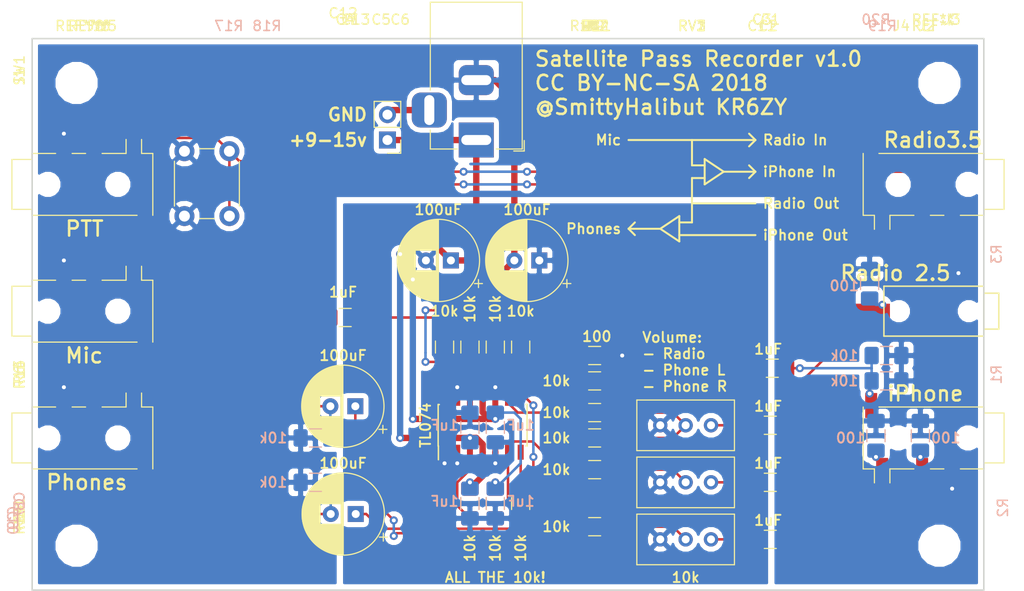
<source format=kicad_pcb>
(kicad_pcb (version 20171130) (host pcbnew 5.0.2-bee76a0~70~ubuntu18.04.1)
  (layers (0 F.Cu signal) (31 B.Cu signal) (34 B.Paste user) (35 F.Paste user) (36 B.SilkS user) (37 F.SilkS user) (38 B.Mask user) (39 F.Mask user) (44 Edge.Cuts user))
  (net 0 "")
  (net 1 "Net-(C1-Pad1)")
  (net 2 PhoneLeft)
  (net 3 PhoneRight)
  (net 4 "Net-(C2-Pad1)")
  (net 5 "Net-(C3-Pad1)")
  (net 6 RadioSpk)
  (net 7 HeadsetMic)
  (net 8 "Net-(C4-Pad1)")
  (net 9 GNDS)
  (net 10 VCC)
  (net 11 HeadsetGND)
  (net 12 PhoneMic)
  (net 13 "Net-(C11-Pad2)")
  (net 14 "Net-(C12-Pad1)")
  (net 15 HeadsetLeft)
  (net 16 HeadsetRight)
  (net 17 "Net-(C13-Pad1)")
  (net 18 "Net-(J1-Pad3)")
  (net 19 "Net-(J3-PadR)")
  (net 20 "Net-(J4-PadR2)")
  (net 21 "Net-(J4-PadT)")
  (net 22 RadioPTT)
  (net 23 "Net-(J5-PadR2)")
  (net 24 "Net-(J6-PadR2)")
  (net 25 "Net-(J6-PadR1)")
  (net 26 "Net-(J8-PadR2)")
  (net 27 "Net-(J8-PadR1)")
  (net 28 "Net-(R4-Pad2)")
  (net 29 BusMic)
  (net 30 "Net-(R7-Pad2)")
  (net 31 BusLeft)
  (net 32 BusRight)
  (net 33 "Net-(R8-Pad2)")
  (net 34 "Net-(R10-Pad2)")
  (net 35 "Net-(R11-Pad1)")
  (module Capacitor_SMD:C_1206_3216Metric_Pad1.42x1.75mm_HandSolder (layer F.Cu) (at 105.6275 120.65)
    (fp_text reference C1 (at 0 -46.355) (layer F.SilkS))
    (fp_text value 1uF)
    (pad 1 smd roundrect (at -1.4875 0) (size 1.425 1.75) (layers F.Cu F.Paste F.Mask) (roundrect_rratio 0.175439) (net 1 "Net-(C1-Pad1)"))
    (pad 2 smd roundrect (at 1.4875 0) (size 1.425 1.75) (layers F.Cu F.Paste F.Mask) (roundrect_rratio 0.175439) (net 2 PhoneLeft))
  )
  (module Capacitor_SMD:C_1206_3216Metric_Pad1.42x1.75mm_HandSolder (layer F.Cu) (at 105.6275 126.365)
    (fp_text reference C2 (at -0.2175 -51.435) (layer F.SilkS))
    (fp_text value 1uF)
    (pad 2 smd roundrect (at 1.4875 0) (size 1.425 1.75) (layers F.Cu F.Paste F.Mask) (roundrect_rratio 0.175439) (net 3 PhoneRight))
    (pad 1 smd roundrect (at -1.4875 0) (size 1.425 1.75) (layers F.Cu F.Paste F.Mask) (roundrect_rratio 0.175439) (net 4 "Net-(C2-Pad1)"))
  )
  (module Capacitor_SMD:C_1206_3216Metric_Pad1.42x1.75mm_HandSolder (layer F.Cu) (at 105.6275 114.935)
    (fp_text reference C3 (at -0.8525 -40.64) (layer F.SilkS))
    (fp_text value 1uF)
    (pad 1 smd roundrect (at -1.4875 0) (size 1.425 1.75) (layers F.Cu F.Paste F.Mask) (roundrect_rratio 0.175439) (net 5 "Net-(C3-Pad1)"))
    (pad 2 smd roundrect (at 1.4875 0) (size 1.425 1.75) (layers F.Cu F.Paste F.Mask) (roundrect_rratio 0.175439) (net 6 RadioSpk))
  )
  (module Capacitor_SMD:C_1206_3216Metric_Pad1.42x1.75mm_HandSolder (layer F.Cu) (at 63.0825 104.14 180)
    (fp_text reference C4 (at 0 29.845 180) (layer F.SilkS))
    (fp_text value 1uF)
    (pad 2 smd roundrect (at 1.4875 0 180) (size 1.425 1.75) (layers F.Cu F.Paste F.Mask) (roundrect_rratio 0.175439) (net 7 HeadsetMic))
    (pad 1 smd roundrect (at -1.4875 0 180) (size 1.425 1.75) (layers F.Cu F.Paste F.Mask) (roundrect_rratio 0.175439) (net 8 "Net-(C4-Pad1)"))
  )
  (module Capacitor_THT:CP_Radial_D8.0mm_P2.50mm (layer F.Cu) (at 73.66 98.425 180)
    (fp_text reference C5 (at 6.985 24.13 180) (layer F.SilkS))
    (fp_text value 100uF)
    (pad 2 thru_hole circle (at 2.5 0 180) (size 1.6 1.6) (drill 0.8) (layers *.Cu *.Mask) (net 9 GNDS))
    (pad 1 thru_hole rect (at 0 0 180) (size 1.6 1.6) (drill 0.8) (layers *.Cu *.Mask) (net 10 VCC))
  )
  (module Capacitor_THT:CP_Radial_D8.0mm_P2.50mm (layer F.Cu) (at 82.51 98.425 180)
    (fp_text reference C6 (at 13.93 24.13 180) (layer F.SilkS))
    (fp_text value 100uF)
    (pad 1 thru_hole rect (at 0 0 180) (size 1.6 1.6) (drill 0.8) (layers *.Cu *.Mask) (net 9 GNDS))
    (pad 2 thru_hole circle (at 2.5 0 180) (size 1.6 1.6) (drill 0.8) (layers *.Cu *.Mask) (net 11 HeadsetGND))
  )
  (module Capacitor_SMD:C_1206_3216Metric_Pad1.42x1.75mm_HandSolder (layer B.Cu) (at 75.565 115.1525 90)
    (fp_text reference C7 (at -8.0375 -45.085 90) (layer B.SilkS) (effects (justify mirror)))
    (fp_text value 1uF)
    (pad 1 smd roundrect (at -1.4875 0 90) (size 1.425 1.75) (layers B.Cu B.Paste B.Mask) (roundrect_rratio 0.175439) (net 10 VCC))
    (pad 2 smd roundrect (at 1.4875 0 90) (size 1.425 1.75) (layers B.Cu B.Paste B.Mask) (roundrect_rratio 0.175439) (net 9 GNDS))
  )
  (module Capacitor_SMD:C_1206_3216Metric_Pad1.42x1.75mm_HandSolder (layer B.Cu) (at 78.105 115.1525 90)
    (fp_text reference C8 (at -7.4025 -47.625 90) (layer B.SilkS) (effects (justify mirror)))
    (fp_text value 1uF)
    (pad 2 smd roundrect (at 1.4875 0 90) (size 1.425 1.75) (layers B.Cu B.Paste B.Mask) (roundrect_rratio 0.175439) (net 11 HeadsetGND))
    (pad 1 smd roundrect (at -1.4875 0 90) (size 1.425 1.75) (layers B.Cu B.Paste B.Mask) (roundrect_rratio 0.175439) (net 9 GNDS))
  )
  (module Capacitor_SMD:C_1206_3216Metric_Pad1.42x1.75mm_HandSolder (layer B.Cu) (at 75.565 122.7725 270)
    (fp_text reference C9 (at 1.6875 45.72 270) (layer B.SilkS) (effects (justify mirror)))
    (fp_text value .1uF)
    (pad 1 smd roundrect (at -1.4875 0 270) (size 1.425 1.75) (layers B.Cu B.Paste B.Mask) (roundrect_rratio 0.175439) (net 10 VCC))
    (pad 2 smd roundrect (at 1.4875 0 270) (size 1.425 1.75) (layers B.Cu B.Paste B.Mask) (roundrect_rratio 0.175439) (net 9 GNDS))
  )
  (module Capacitor_SMD:C_1206_3216Metric_Pad1.42x1.75mm_HandSolder (layer B.Cu) (at 78.105 122.7725 90)
    (fp_text reference C10 (at -1.6875 -48.26 90) (layer B.SilkS) (effects (justify mirror)))
    (fp_text value .1uF)
    (pad 2 smd roundrect (at 1.4875 0 90) (size 1.425 1.75) (layers B.Cu B.Paste B.Mask) (roundrect_rratio 0.175439) (net 11 HeadsetGND))
    (pad 1 smd roundrect (at -1.4875 0 90) (size 1.425 1.75) (layers B.Cu B.Paste B.Mask) (roundrect_rratio 0.175439) (net 9 GNDS))
  )
  (module Capacitor_SMD:C_1206_3216Metric_Pad1.42x1.75mm_HandSolder (layer F.Cu) (at 105.8275 109.22 180)
    (fp_text reference C11 (at 1.0525 34.29 180) (layer F.SilkS))
    (fp_text value 1uF)
    (pad 1 smd roundrect (at -1.4875 0 180) (size 1.425 1.75) (layers F.Cu F.Paste F.Mask) (roundrect_rratio 0.175439) (net 12 PhoneMic))
    (pad 2 smd roundrect (at 1.4875 0 180) (size 1.425 1.75) (layers F.Cu F.Paste F.Mask) (roundrect_rratio 0.175439) (net 13 "Net-(C11-Pad2)"))
  )
  (module Capacitor_THT:CP_Radial_D8.0mm_P2.50mm (layer F.Cu) (at 64.095 113.03 180)
    (fp_text reference C12 (at 1.23 39.37 180) (layer F.SilkS))
    (fp_text value 100uF)
    (pad 1 thru_hole rect (at 0 0 180) (size 1.6 1.6) (drill 0.8) (layers *.Cu *.Mask) (net 14 "Net-(C12-Pad1)"))
    (pad 2 thru_hole circle (at 2.5 0 180) (size 1.6 1.6) (drill 0.8) (layers *.Cu *.Mask) (net 15 HeadsetLeft))
  )
  (module Capacitor_THT:CP_Radial_D8.0mm_P2.50mm (layer F.Cu) (at 64.135 123.825 180)
    (fp_text reference C13 (at 0 49.53 180) (layer F.SilkS))
    (fp_text value 100uF)
    (pad 2 thru_hole circle (at 2.5 0 180) (size 1.6 1.6) (drill 0.8) (layers *.Cu *.Mask) (net 16 HeadsetRight))
    (pad 1 thru_hole rect (at 0 0 180) (size 1.6 1.6) (drill 0.8) (layers *.Cu *.Mask) (net 17 "Net-(C13-Pad1)"))
  )
  (module Connector_BarrelJack:BarrelJack_Horizontal (layer F.Cu) (at 76.2 86.36 270)
    (fp_text reference J1 (at -6.35 45.72 270) (layer F.SilkS))
    (fp_text value "Power In")
    (pad 1 thru_hole rect (at 0 0 270) (size 3.5 3.5) (drill oval 1 3) (layers *.Cu *.Mask) (net 10 VCC))
    (pad 2 thru_hole roundrect (at -6 0 270) (size 3 3.5) (drill oval 1 3) (layers *.Cu *.Mask) (net 11 HeadsetGND))
    (pad 3 thru_hole roundrect (at -3 4.7 270) (size 3.5 3.5) (drill oval 3 1) (layers *.Cu *.Mask) (net 18 "Net-(J1-Pad3)"))
  )
  (module Connector_Audio:Jack_3.5mm_PJ320D_Horizontal (layer F.Cu) (at 120.65 116.205 180)
    (fp_text reference J2 (at -0.635 41.275 180) (layer F.SilkS))
    (fp_text value iPhone)
    (pad "" np_thru_hole circle (at 2.225 0 180) (size 1.5 1.5) (drill 1.5) (layers *.Cu *.Mask))
    (pad "" np_thru_hole circle (at -4.775 0 180) (size 1.5 1.5) (drill 1.5) (layers *.Cu *.Mask))
    (pad S smd rect (at -3.175 -3.25 180) (size 1.2 2.5) (layers F.Cu F.Paste F.Mask) (net 11 HeadsetGND))
    (pad R1 smd rect (at -0.175 -3.25 180) (size 1.2 2.5) (layers F.Cu F.Paste F.Mask) (net 3 PhoneRight))
    (pad T smd rect (at 3.825 -3.25 180) (size 1.2 2.5) (layers F.Cu F.Paste F.Mask) (net 2 PhoneLeft))
    (pad R2 smd rect (at 4.925 3.25 180) (size 1.2 2.5) (layers F.Cu F.Paste F.Mask) (net 12 PhoneMic))
  )
  (module Smitty:PJ-208 (layer F.Cu) (at 127 103.505 180)
    (fp_text reference J3 (at 3.175 29.21 180) (layer F.SilkS))
    (fp_text value "Radio 2.5mm")
    (pad "" np_thru_hole circle (at 1.5 0 180) (size 1.2 1.2) (drill 1.2) (layers *.Cu *.Mask))
    (pad "" np_thru_hole circle (at 8.5 0 180) (size 1.2 1.2) (drill 1.2) (layers *.Cu *.Mask))
    (pad R smd rect (at 4.4 -3.4 180) (size 1.5 3.6) (layers F.Cu F.Paste F.Mask) (net 19 "Net-(J3-PadR)"))
    (pad S smd rect (at 1.7 3.4 180) (size 1.5 3.6) (layers F.Cu F.Paste F.Mask) (net 11 HeadsetGND))
    (pad T smd rect (at 11.2 0 270) (size 1.5 3.6) (layers F.Cu F.Paste F.Mask) (net 6 RadioSpk))
  )
  (module Connector_Audio:Jack_3.5mm_PJ320D_Horizontal (layer F.Cu) (at 120.65 90.805 180)
    (fp_text reference J4 (at 1.905 15.875 180) (layer F.SilkS))
    (fp_text value "Radio 3.5mm")
    (pad R2 smd rect (at 4.925 3.25 180) (size 1.2 2.5) (layers F.Cu F.Paste F.Mask) (net 20 "Net-(J4-PadR2)"))
    (pad T smd rect (at 3.825 -3.25 180) (size 1.2 2.5) (layers F.Cu F.Paste F.Mask) (net 21 "Net-(J4-PadT)"))
    (pad R1 smd rect (at -0.175 -3.25 180) (size 1.2 2.5) (layers F.Cu F.Paste F.Mask) (net 7 HeadsetMic))
    (pad S smd rect (at -3.175 -3.25 180) (size 1.2 2.5) (layers F.Cu F.Paste F.Mask) (net 22 RadioPTT))
    (pad "" np_thru_hole circle (at -4.775 0 180) (size 1.5 1.5) (drill 1.5) (layers *.Cu *.Mask))
    (pad "" np_thru_hole circle (at 2.225 0 180) (size 1.5 1.5) (drill 1.5) (layers *.Cu *.Mask))
  )
  (module Connector_Audio:Jack_3.5mm_PJ320D_Horizontal (layer F.Cu) (at 38.1 116.205)
    (fp_text reference J5 (at 1.27 -41.275) (layer F.SilkS))
    (fp_text value Headphones)
    (pad "" np_thru_hole circle (at 2.225 0) (size 1.5 1.5) (drill 1.5) (layers *.Cu *.Mask))
    (pad "" np_thru_hole circle (at -4.775 0) (size 1.5 1.5) (drill 1.5) (layers *.Cu *.Mask))
    (pad S smd rect (at -3.175 -3.25) (size 1.2 2.5) (layers F.Cu F.Paste F.Mask) (net 11 HeadsetGND))
    (pad R1 smd rect (at -0.175 -3.25) (size 1.2 2.5) (layers F.Cu F.Paste F.Mask) (net 16 HeadsetRight))
    (pad T smd rect (at 3.825 -3.25) (size 1.2 2.5) (layers F.Cu F.Paste F.Mask) (net 15 HeadsetLeft))
    (pad R2 smd rect (at 4.925 3.25) (size 1.2 2.5) (layers F.Cu F.Paste F.Mask) (net 23 "Net-(J5-PadR2)"))
  )
  (module Connector_Audio:Jack_3.5mm_PJ320D_Horizontal (layer F.Cu) (at 38.1 103.505)
    (fp_text reference J6 (at 0.635 -28.575) (layer F.SilkS))
    (fp_text value Mic)
    (pad R2 smd rect (at 4.925 3.25) (size 1.2 2.5) (layers F.Cu F.Paste F.Mask) (net 24 "Net-(J6-PadR2)"))
    (pad T smd rect (at 3.825 -3.25) (size 1.2 2.5) (layers F.Cu F.Paste F.Mask) (net 7 HeadsetMic))
    (pad R1 smd rect (at -0.175 -3.25) (size 1.2 2.5) (layers F.Cu F.Paste F.Mask) (net 25 "Net-(J6-PadR1)"))
    (pad S smd rect (at -3.175 -3.25) (size 1.2 2.5) (layers F.Cu F.Paste F.Mask) (net 11 HeadsetGND))
    (pad "" np_thru_hole circle (at -4.775 0) (size 1.5 1.5) (drill 1.5) (layers *.Cu *.Mask))
    (pad "" np_thru_hole circle (at 2.225 0) (size 1.5 1.5) (drill 1.5) (layers *.Cu *.Mask))
  )
  (module Connector_PinHeader_2.54mm:PinHeader_1x02_P2.54mm_Vertical (layer F.Cu) (at 67.31 86.36 180)
    (fp_text reference J7 (at 3.81 12.065 180) (layer F.SilkS))
    (fp_text value "Internal Power")
    (pad 1 thru_hole rect (at 0 0 180) (size 1.7 1.7) (drill 1) (layers *.Cu *.Mask) (net 10 VCC))
    (pad 2 thru_hole oval (at 0 2.54 180) (size 1.7 1.7) (drill 1) (layers *.Cu *.Mask) (net 18 "Net-(J1-Pad3)"))
  )
  (module Connector_Audio:Jack_3.5mm_PJ320D_Horizontal (layer F.Cu) (at 38.1 90.805)
    (fp_text reference J8 (at 0 -15.875) (layer F.SilkS))
    (fp_text value PTT)
    (pad R2 smd rect (at 4.925 3.25) (size 1.2 2.5) (layers F.Cu F.Paste F.Mask) (net 26 "Net-(J8-PadR2)"))
    (pad T smd rect (at 3.825 -3.25) (size 1.2 2.5) (layers F.Cu F.Paste F.Mask) (net 22 RadioPTT))
    (pad R1 smd rect (at -0.175 -3.25) (size 1.2 2.5) (layers F.Cu F.Paste F.Mask) (net 27 "Net-(J8-PadR1)"))
    (pad S smd rect (at -3.175 -3.25) (size 1.2 2.5) (layers F.Cu F.Paste F.Mask) (net 11 HeadsetGND))
    (pad "" np_thru_hole circle (at -4.775 0) (size 1.5 1.5) (drill 1.5) (layers *.Cu *.Mask))
    (pad "" np_thru_hole circle (at 2.225 0) (size 1.5 1.5) (drill 1.5) (layers *.Cu *.Mask))
  )
  (module Resistor_SMD:R_1206_3216Metric_Pad1.42x1.75mm_HandSolder (layer B.Cu) (at 116.205 115.9875 90)
    (fp_text reference R1 (at 6.1325 12.065 90) (layer B.SilkS) (effects (justify mirror)))
    (fp_text value 100)
    (pad 2 smd roundrect (at 1.4875 0 90) (size 1.425 1.75) (layers B.Cu B.Paste B.Mask) (roundrect_rratio 0.175439) (net 11 HeadsetGND))
    (pad 1 smd roundrect (at -1.4875 0 90) (size 1.425 1.75) (layers B.Cu B.Paste B.Mask) (roundrect_rratio 0.175439) (net 2 PhoneLeft))
  )
  (module Resistor_SMD:R_1206_3216Metric_Pad1.42x1.75mm_HandSolder (layer B.Cu) (at 120.65 115.9875 90)
    (fp_text reference R2 (at -7.2025 8.255 90) (layer B.SilkS) (effects (justify mirror)))
    (fp_text value 100)
    (pad 1 smd roundrect (at -1.4875 0 90) (size 1.425 1.75) (layers B.Cu B.Paste B.Mask) (roundrect_rratio 0.175439) (net 3 PhoneRight))
    (pad 2 smd roundrect (at 1.4875 0 90) (size 1.425 1.75) (layers B.Cu B.Paste B.Mask) (roundrect_rratio 0.175439) (net 11 HeadsetGND))
  )
  (module Resistor_SMD:R_1206_3216Metric_Pad1.42x1.75mm_HandSolder (layer B.Cu) (at 115.57 100.7475 90)
    (fp_text reference R3 (at 2.9575 12.7 90) (layer B.SilkS) (effects (justify mirror)))
    (fp_text value 100)
    (pad 2 smd roundrect (at 1.4875 0 90) (size 1.425 1.75) (layers B.Cu B.Paste B.Mask) (roundrect_rratio 0.175439) (net 11 HeadsetGND))
    (pad 1 smd roundrect (at -1.4875 0 90) (size 1.425 1.75) (layers B.Cu B.Paste B.Mask) (roundrect_rratio 0.175439) (net 6 RadioSpk))
  )
  (module Resistor_SMD:R_1206_3216Metric_Pad1.42x1.75mm_HandSolder (layer F.Cu) (at 75.565 122.7725 270)
    (fp_text reference R4 (at 1.0525 45.085 270) (layer F.SilkS))
    (fp_text value 10k)
    (pad 1 smd roundrect (at -1.4875 0 270) (size 1.425 1.75) (layers F.Cu F.Paste F.Mask) (roundrect_rratio 0.175439) (net 10 VCC))
    (pad 2 smd roundrect (at 1.4875 0 270) (size 1.425 1.75) (layers F.Cu F.Paste F.Mask) (roundrect_rratio 0.175439) (net 28 "Net-(R4-Pad2)"))
  )
  (module Resistor_SMD:R_1206_3216Metric_Pad1.42x1.75mm_HandSolder (layer F.Cu) (at 78.105 122.7725 90)
    (fp_text reference R5 (at -1.6875 -47.625 90) (layer F.SilkS))
    (fp_text value 10k)
    (pad 2 smd roundrect (at 1.4875 0 90) (size 1.425 1.75) (layers F.Cu F.Paste F.Mask) (roundrect_rratio 0.175439) (net 11 HeadsetGND))
    (pad 1 smd roundrect (at -1.4875 0 90) (size 1.425 1.75) (layers F.Cu F.Paste F.Mask) (roundrect_rratio 0.175439) (net 28 "Net-(R4-Pad2)"))
  )
  (module Resistor_SMD:R_1206_3216Metric_Pad1.42x1.75mm_HandSolder (layer F.Cu) (at 75.565 107.0975 90)
    (fp_text reference R6 (at -2.7575 -45.085 90) (layer F.SilkS))
    (fp_text value 10k)
    (pad 2 smd roundrect (at 1.4875 0 90) (size 1.425 1.75) (layers F.Cu F.Paste F.Mask) (roundrect_rratio 0.175439) (net 8 "Net-(C4-Pad1)"))
    (pad 1 smd roundrect (at -1.4875 0 90) (size 1.425 1.75) (layers F.Cu F.Paste F.Mask) (roundrect_rratio 0.175439) (net 29 BusMic))
  )
  (module Resistor_SMD:R_1206_3216Metric_Pad1.42x1.75mm_HandSolder (layer F.Cu) (at 88.0475 119.38)
    (fp_text reference R7 (at 0.2175 -44.45) (layer F.SilkS))
    (fp_text value 10k)
    (pad 2 smd roundrect (at 1.4875 0) (size 1.425 1.75) (layers F.Cu F.Paste F.Mask) (roundrect_rratio 0.175439) (net 30 "Net-(R7-Pad2)"))
    (pad 1 smd roundrect (at -1.4875 0) (size 1.425 1.75) (layers F.Cu F.Paste F.Mask) (roundrect_rratio 0.175439) (net 31 BusLeft))
  )
  (module Resistor_SMD:R_1206_3216Metric_Pad1.42x1.75mm_HandSolder (layer F.Cu) (at 88.0475 125.095)
    (fp_text reference R8 (at -0.4175 -50.165) (layer F.SilkS))
    (fp_text value 10k)
    (pad 1 smd roundrect (at -1.4875 0) (size 1.425 1.75) (layers F.Cu F.Paste F.Mask) (roundrect_rratio 0.175439) (net 32 BusRight))
    (pad 2 smd roundrect (at 1.4875 0) (size 1.425 1.75) (layers F.Cu F.Paste F.Mask) (roundrect_rratio 0.175439) (net 33 "Net-(R8-Pad2)"))
  )
  (module Resistor_SMD:R_1206_3216Metric_Pad1.42x1.75mm_HandSolder (layer F.Cu) (at 88.0475 113.665)
    (fp_text reference R9 (at 0 -38.735) (layer F.SilkS))
    (fp_text value 10k)
    (pad 1 smd roundrect (at -1.4875 0) (size 1.425 1.75) (layers F.Cu F.Paste F.Mask) (roundrect_rratio 0.175439) (net 31 BusLeft))
    (pad 2 smd roundrect (at 1.4875 0) (size 1.425 1.75) (layers F.Cu F.Paste F.Mask) (roundrect_rratio 0.175439) (net 34 "Net-(R10-Pad2)"))
  )
  (module Resistor_SMD:R_1206_3216Metric_Pad1.42x1.75mm_HandSolder (layer F.Cu) (at 88.0475 116.205)
    (fp_text reference R10 (at -1.0525 -41.275) (layer F.SilkS))
    (fp_text value 10k)
    (pad 2 smd roundrect (at 1.4875 0) (size 1.425 1.75) (layers F.Cu F.Paste F.Mask) (roundrect_rratio 0.175439) (net 34 "Net-(R10-Pad2)"))
    (pad 1 smd roundrect (at -1.4875 0) (size 1.425 1.75) (layers F.Cu F.Paste F.Mask) (roundrect_rratio 0.175439) (net 32 BusRight))
  )
  (module Resistor_SMD:R_1206_3216Metric_Pad1.42x1.75mm_HandSolder (layer F.Cu) (at 88.0475 110.49)
    (fp_text reference R11 (at 0.2175 -35.56) (layer F.SilkS))
    (fp_text value 10k)
    (pad 1 smd roundrect (at -1.4875 0) (size 1.425 1.75) (layers F.Cu F.Paste F.Mask) (roundrect_rratio 0.175439) (net 35 "Net-(R11-Pad1)"))
    (pad 2 smd roundrect (at 1.4875 0) (size 1.425 1.75) (layers F.Cu F.Paste F.Mask) (roundrect_rratio 0.175439) (net 34 "Net-(R10-Pad2)"))
  )
  (module Resistor_SMD:R_1206_3216Metric_Pad1.42x1.75mm_HandSolder (layer F.Cu) (at 88.0475 107.95 180)
    (fp_text reference R12 (at 0 33.02 180) (layer F.SilkS))
    (fp_text value 100)
    (pad 2 smd roundrect (at 1.4875 0 180) (size 1.425 1.75) (layers F.Cu F.Paste F.Mask) (roundrect_rratio 0.175439) (net 35 "Net-(R11-Pad1)"))
    (pad 1 smd roundrect (at -1.4875 0 180) (size 1.425 1.75) (layers F.Cu F.Paste F.Mask) (roundrect_rratio 0.175439) (net 9 GNDS))
  )
  (module Resistor_SMD:R_1206_3216Metric_Pad1.42x1.75mm_HandSolder (layer F.Cu) (at 78.105 107.0975 90)
    (fp_text reference R13 (at -2.7575 -47.625 90) (layer F.SilkS))
    (fp_text value 10k)
    (pad 1 smd roundrect (at -1.4875 0 90) (size 1.425 1.75) (layers F.Cu F.Paste F.Mask) (roundrect_rratio 0.175439) (net 29 BusMic))
    (pad 2 smd roundrect (at 1.4875 0 90) (size 1.425 1.75) (layers F.Cu F.Paste F.Mask) (roundrect_rratio 0.175439) (net 35 "Net-(R11-Pad1)"))
  )
  (module Resistor_SMD:R_1206_3216Metric_Pad1.42x1.75mm_HandSolder (layer F.Cu) (at 80.645 107.0975 90)
    (fp_text reference R14 (at -2.7575 -50.165 90) (layer F.SilkS))
    (fp_text value 10k)
    (pad 2 smd roundrect (at 1.4875 0 90) (size 1.425 1.75) (layers F.Cu F.Paste F.Mask) (roundrect_rratio 0.175439) (net 31 BusLeft))
    (pad 1 smd roundrect (at -1.4875 0 90) (size 1.425 1.75) (layers F.Cu F.Paste F.Mask) (roundrect_rratio 0.175439) (net 14 "Net-(C12-Pad1)"))
  )
  (module Resistor_SMD:R_1206_3216Metric_Pad1.42x1.75mm_HandSolder (layer F.Cu) (at 80.645 122.7725 270)
    (fp_text reference R15 (at 1.6875 50.165 270) (layer F.SilkS))
    (fp_text value 10k)
    (pad 1 smd roundrect (at -1.4875 0 270) (size 1.425 1.75) (layers F.Cu F.Paste F.Mask) (roundrect_rratio 0.175439) (net 17 "Net-(C13-Pad1)"))
    (pad 2 smd roundrect (at 1.4875 0 270) (size 1.425 1.75) (layers F.Cu F.Paste F.Mask) (roundrect_rratio 0.175439) (net 32 BusRight))
  )
  (module Resistor_SMD:R_1206_3216Metric_Pad1.42x1.75mm_HandSolder (layer F.Cu) (at 73.025 107.0975 90)
    (fp_text reference R16 (at -2.7575 -42.545 90) (layer F.SilkS))
    (fp_text value 10k)
    (pad 2 smd roundrect (at 1.4875 0 90) (size 1.425 1.75) (layers F.Cu F.Paste F.Mask) (roundrect_rratio 0.175439) (net 29 BusMic))
    (pad 1 smd roundrect (at -1.4875 0 90) (size 1.425 1.75) (layers F.Cu F.Paste F.Mask) (roundrect_rratio 0.175439) (net 13 "Net-(C11-Pad2)"))
  )
  (module Resistor_SMD:R_1206_3216Metric_Pad1.42x1.75mm_HandSolder (layer B.Cu) (at 60.1075 116.205)
    (fp_text reference R17 (at -8.6725 -41.275) (layer B.SilkS) (effects (justify mirror)))
    (fp_text value 10k)
    (pad 1 smd roundrect (at -1.4875 0) (size 1.425 1.75) (layers B.Cu B.Paste B.Mask) (roundrect_rratio 0.175439) (net 11 HeadsetGND))
    (pad 2 smd roundrect (at 1.4875 0) (size 1.425 1.75) (layers B.Cu B.Paste B.Mask) (roundrect_rratio 0.175439) (net 15 HeadsetLeft))
  )
  (module Resistor_SMD:R_1206_3216Metric_Pad1.42x1.75mm_HandSolder (layer B.Cu) (at 60.1075 120.65)
    (fp_text reference R18 (at -4.8625 -45.72) (layer B.SilkS) (effects (justify mirror)))
    (fp_text value 10k)
    (pad 1 smd roundrect (at -1.4875 0) (size 1.425 1.75) (layers B.Cu B.Paste B.Mask) (roundrect_rratio 0.175439) (net 11 HeadsetGND))
    (pad 2 smd roundrect (at 1.4875 0) (size 1.425 1.75) (layers B.Cu B.Paste B.Mask) (roundrect_rratio 0.175439) (net 16 HeadsetRight))
  )
  (module Resistor_SMD:R_1206_3216Metric_Pad1.42x1.75mm_HandSolder (layer B.Cu) (at 117.2575 107.95 180)
    (fp_text reference R19 (at 0.4175 33.02 180) (layer B.SilkS) (effects (justify mirror)))
    (fp_text value 10k)
    (pad 2 smd roundrect (at 1.4875 0 180) (size 1.425 1.75) (layers B.Cu B.Paste B.Mask) (roundrect_rratio 0.175439) (net 12 PhoneMic))
    (pad 1 smd roundrect (at -1.4875 0 180) (size 1.425 1.75) (layers B.Cu B.Paste B.Mask) (roundrect_rratio 0.175439) (net 11 HeadsetGND))
  )
  (module Resistor_SMD:R_1206_3216Metric_Pad1.42x1.75mm_HandSolder (layer B.Cu) (at 117.2575 110.49 180)
    (fp_text reference R20 (at 1.0525 36.195 180) (layer B.SilkS) (effects (justify mirror)))
    (fp_text value 10k)
    (pad 1 smd roundrect (at -1.4875 0 180) (size 1.425 1.75) (layers B.Cu B.Paste B.Mask) (roundrect_rratio 0.175439) (net 11 HeadsetGND))
    (pad 2 smd roundrect (at 1.4875 0 180) (size 1.425 1.75) (layers B.Cu B.Paste B.Mask) (roundrect_rratio 0.175439) (net 12 PhoneMic))
  )
  (module Potentiometer_THT:Potentiometer_Bourns_3296W_Vertical (layer F.Cu) (at 99.695 120.65)
    (fp_text reference RV1 (at -1.905 -45.72) (layer F.SilkS))
    (fp_text value 10k)
    (pad 1 thru_hole circle (at 0 0) (size 1.44 1.44) (drill 0.8) (layers *.Cu *.Mask) (net 1 "Net-(C1-Pad1)"))
    (pad 2 thru_hole circle (at -2.54 0) (size 1.44 1.44) (drill 0.8) (layers *.Cu *.Mask) (net 30 "Net-(R7-Pad2)"))
    (pad 3 thru_hole circle (at -5.08 0) (size 1.44 1.44) (drill 0.8) (layers *.Cu *.Mask) (net 9 GNDS))
  )
  (module Potentiometer_THT:Potentiometer_Bourns_3296W_Vertical (layer F.Cu) (at 99.695 126.365)
    (fp_text reference RV2 (at -1.905 -51.435) (layer F.SilkS))
    (fp_text value 10k)
    (pad 3 thru_hole circle (at -5.08 0) (size 1.44 1.44) (drill 0.8) (layers *.Cu *.Mask) (net 9 GNDS))
    (pad 2 thru_hole circle (at -2.54 0) (size 1.44 1.44) (drill 0.8) (layers *.Cu *.Mask) (net 33 "Net-(R8-Pad2)"))
    (pad 1 thru_hole circle (at 0 0) (size 1.44 1.44) (drill 0.8) (layers *.Cu *.Mask) (net 4 "Net-(C2-Pad1)"))
  )
  (module Potentiometer_THT:Potentiometer_Bourns_3296W_Vertical (layer F.Cu) (at 99.695 114.935)
    (fp_text reference RV3 (at -1.905 -40.005) (layer F.SilkS))
    (fp_text value 10k)
    (pad 1 thru_hole circle (at 0 0) (size 1.44 1.44) (drill 0.8) (layers *.Cu *.Mask) (net 5 "Net-(C3-Pad1)"))
    (pad 2 thru_hole circle (at -2.54 0) (size 1.44 1.44) (drill 0.8) (layers *.Cu *.Mask) (net 34 "Net-(R10-Pad2)"))
    (pad 3 thru_hole circle (at -5.08 0) (size 1.44 1.44) (drill 0.8) (layers *.Cu *.Mask) (net 9 GNDS))
  )
  (module Button_Switch_THT:SW_PUSH_6mm (layer F.Cu) (at 46.99 93.98 90)
    (fp_text reference SW1 (at 14.605 -16.51 90) (layer F.SilkS))
    (fp_text value PTT)
    (pad 2 thru_hole circle (at 0 4.5 180) (size 2 2) (drill 1.1) (layers *.Cu *.Mask) (net 22 RadioPTT))
    (pad 1 thru_hole circle (at 0 0 180) (size 2 2) (drill 1.1) (layers *.Cu *.Mask) (net 11 HeadsetGND))
    (pad 2 thru_hole circle (at 6.5 4.5 180) (size 2 2) (drill 1.1) (layers *.Cu *.Mask) (net 22 RadioPTT))
    (pad 1 thru_hole circle (at 6.5 0 180) (size 2 2) (drill 1.1) (layers *.Cu *.Mask) (net 11 HeadsetGND))
  )
  (module Package_SO:SOIC-14_3.9x8.7mm_P1.27mm (layer F.Cu) (at 76.835 114.935 90)
    (fp_text reference U1 (at -8.255 -46.355 90) (layer F.SilkS))
    (fp_text value TL074)
    (pad 1 smd rect (at -2.7 -3.81 90) (size 1.5 0.6) (layers F.Cu F.Paste F.Mask) (net 9 GNDS))
    (pad 2 smd rect (at -2.7 -2.54 90) (size 1.5 0.6) (layers F.Cu F.Paste F.Mask) (net 9 GNDS))
    (pad 3 smd rect (at -2.7 -1.27 90) (size 1.5 0.6) (layers F.Cu F.Paste F.Mask) (net 28 "Net-(R4-Pad2)"))
    (pad 4 smd rect (at -2.7 0 90) (size 1.5 0.6) (layers F.Cu F.Paste F.Mask) (net 10 VCC))
    (pad 5 smd rect (at -2.7 1.27 90) (size 1.5 0.6) (layers F.Cu F.Paste F.Mask) (net 9 GNDS))
    (pad 6 smd rect (at -2.7 2.54 90) (size 1.5 0.6) (layers F.Cu F.Paste F.Mask) (net 32 BusRight))
    (pad 7 smd rect (at -2.7 3.81 90) (size 1.5 0.6) (layers F.Cu F.Paste F.Mask) (net 17 "Net-(C13-Pad1)"))
    (pad 8 smd rect (at 2.7 3.81 90) (size 1.5 0.6) (layers F.Cu F.Paste F.Mask) (net 14 "Net-(C12-Pad1)"))
    (pad 9 smd rect (at 2.7 2.54 90) (size 1.5 0.6) (layers F.Cu F.Paste F.Mask) (net 31 BusLeft))
    (pad 10 smd rect (at 2.7 1.27 90) (size 1.5 0.6) (layers F.Cu F.Paste F.Mask) (net 9 GNDS))
    (pad 11 smd rect (at 2.7 0 90) (size 1.5 0.6) (layers F.Cu F.Paste F.Mask) (net 11 HeadsetGND))
    (pad 12 smd rect (at 2.7 -1.27 90) (size 1.5 0.6) (layers F.Cu F.Paste F.Mask) (net 29 BusMic))
    (pad 13 smd rect (at 2.7 -2.54 90) (size 1.5 0.6) (layers F.Cu F.Paste F.Mask) (net 9 GNDS))
    (pad 14 smd rect (at 2.7 -3.81 90) (size 1.5 0.6) (layers F.Cu F.Paste F.Mask) (net 13 "Net-(C11-Pad2)"))
  )
  (module MountingHole:MountingHole_3.2mm_M3 (layer F.Cu) (at 36.195 80.645)
    (fp_text reference REF** (at 0 -5.715) (layer F.SilkS))
    (fp_text value MountingHole_3.2mm_M3)
    (pad 1 np_thru_hole circle (at 0 0) (size 3.2 3.2) (drill 3.2) (layers *.Cu *.Mask))
  )
  (module MountingHole:MountingHole_3.2mm_M3 (layer F.Cu) (at 36.195 127)
    (fp_text reference REF** (at 1.27 -52.07) (layer F.SilkS))
    (fp_text value MountingHole_3.2mm_M3)
    (pad 1 np_thru_hole circle (at 0 0) (size 3.2 3.2) (drill 3.2) (layers *.Cu *.Mask))
  )
  (module MountingHole:MountingHole_3.2mm_M3 (layer F.Cu) (at 122.555 127)
    (fp_text reference REF** (at -0.635 -52.07) (layer F.SilkS))
    (fp_text value MountingHole_3.2mm_M3)
    (pad 1 np_thru_hole circle (at 0 0) (size 3.2 3.2) (drill 3.2) (layers *.Cu *.Mask))
  )
  (module MountingHole:MountingHole_3.2mm_M3 (layer F.Cu) (at 122.555 80.645)
    (fp_text reference REF** (at -0.635 -6.35) (layer F.SilkS))
    (fp_text value MountingHole_3.2mm_M3)
    (pad 1 np_thru_hole circle (at 0 0) (size 3.2 3.2) (drill 3.2) (layers *.Cu *.Mask))
  )
  (gr_text "ALL THE 10k!" (at 78.105 130.175) (layer F.SilkS) (effects (font (size 1.016 1.016) (thickness 0.1905))))
  (gr_line (start 97.79 94.615) (end 96.52 94.615) (layer F.SilkS) (width 0.2))
  (gr_line (start 97.79 92.71) (end 97.79 94.615) (layer F.SilkS) (width 0.2))
  (gr_line (start 97.79 88.9) (end 99.06 88.9) (layer F.SilkS) (width 0.2))
  (gr_line (start 97.79 90.17) (end 99.06 90.17) (layer F.SilkS) (width 0.2))
  (gr_line (start 97.79 92.71) (end 97.79 90.17) (layer F.SilkS) (width 0.2))
  (gr_line (start 104.14 92.71) (end 97.79 92.71) (layer F.SilkS) (width 0.2))
  (gr_line (start 104.14 95.885) (end 96.52 95.885) (layer F.SilkS) (width 0.2))
  (gr_line (start 96.52 96.52) (end 94.615 95.25) (layer F.SilkS) (width 0.2))
  (gr_line (start 96.52 93.98) (end 96.52 96.52) (layer F.SilkS) (width 0.2))
  (gr_line (start 94.615 95.25) (end 96.52 93.98) (layer F.SilkS) (width 0.2))
  (gr_line (start 91.44 95.25) (end 94.615 95.25) (layer F.SilkS) (width 0.2))
  (gr_line (start 92.075 95.885) (end 91.44 95.25) (layer F.SilkS) (width 0.2))
  (gr_line (start 91.44 95.25) (end 92.075 94.615) (layer F.SilkS) (width 0.2))
  (gr_line (start 97.79 88.9) (end 97.79 86.36) (layer F.SilkS) (width 0.2))
  (gr_line (start 103.505 90.17) (end 104.14 89.535) (layer F.SilkS) (width 0.2))
  (gr_line (start 104.14 89.535) (end 103.505 88.9) (layer F.SilkS) (width 0.2))
  (gr_line (start 100.965 89.535) (end 104.14 89.535) (layer F.SilkS) (width 0.2))
  (gr_line (start 99.06 90.805) (end 100.965 89.535) (layer F.SilkS) (width 0.2))
  (gr_line (start 99.06 88.265) (end 99.06 90.805) (layer F.SilkS) (width 0.2))
  (gr_line (start 100.965 89.535) (end 99.06 88.265) (layer F.SilkS) (width 0.2))
  (gr_line (start 103.505 86.995) (end 104.14 86.36) (layer F.SilkS) (width 0.2))
  (gr_line (start 104.14 86.36) (end 103.505 85.725) (layer F.SilkS) (width 0.2))
  (gr_line (start 91.44 86.36) (end 104.14 86.36) (layer F.SilkS) (width 0.2))
  (gr_text "iPhone Out" (at 104.775 95.885) (layer F.SilkS) (effects (font (size 1.016 1.016) (thickness 0.1905)) (justify left)))
  (gr_text "iPhone In" (at 104.775 89.535) (layer F.SilkS) (effects (font (size 1.016 1.016) (thickness 0.1905)) (justify left)))
  (gr_text "Radio Out" (at 104.775 92.71) (layer F.SilkS) (effects (font (size 1.016 1.016) (thickness 0.1905)) (justify left)))
  (gr_text "Radio In" (at 104.775 86.36) (layer F.SilkS) (effects (font (size 1.016 1.016) (thickness 0.1905)) (justify left)))
  (gr_text Phones (at 90.805 95.25) (layer F.SilkS) (effects (font (size 1.016 1.016) (thickness 0.1905)) (justify right)))
  (gr_text Mic (at 90.805 86.36) (layer F.SilkS) (effects (font (size 1.016 1.016) (thickness 0.1905)) (justify right)))
  (gr_text "We miss you, Cliff. K7RR SK" (at 43.815 80.01) (layer F.Cu) (effects (font (size 1.016 1.016) (thickness 0.1905)) (justify left)))
  (gr_text "Volume:\n- Radio\n- Phone L\n- Phone R" (at 92.71 108.585) (layer F.SilkS) (effects (font (size 1.016 1.016) (thickness 0.1905)) (justify left)))
  (gr_text "Satellite Pass Recorder v1.0\nCC BY-NC-SA 2018\n@SmittyHalibut KR6ZY" (at 81.915 80.645) (layer F.SilkS) (effects (font (size 1.5 1.5) (thickness 0.254)) (justify left)))
  (gr_text iPhone (at 125.095 111.76) (layer F.SilkS) (effects (font (size 1.5 1.5) (thickness 0.254)) (justify right)))
  (gr_text "Radio 2.5" (at 123.825 99.695) (layer F.SilkS) (effects (font (size 1.5 1.5) (thickness 0.254)) (justify right)))
  (gr_text Radio3.5 (at 127 86.36) (layer F.SilkS) (effects (font (size 1.5 1.5) (thickness 0.254)) (justify right)))
  (gr_text 100 (at 113.03 100.965) (layer B.SilkS) (effects (font (size 1.016 1.016) (thickness 0.1905)) (justify mirror)))
  (gr_text 100 (at 123.19 116.205) (layer B.SilkS) (effects (font (size 1.016 1.016) (thickness 0.1905)) (justify mirror)))
  (gr_text 100 (at 113.665 116.205) (layer B.SilkS) (effects (font (size 1.016 1.016) (thickness 0.1905)) (justify mirror)))
  (gr_text 10k (at 113.03 110.49) (layer B.SilkS) (effects (font (size 1.016 1.016) (thickness 0.1905)) (justify mirror)))
  (gr_text 10k (at 113.03 107.95) (layer B.SilkS) (effects (font (size 1.016 1.016) (thickness 0.1905)) (justify mirror)))
  (gr_text 1uF (at 73.025 114.935) (layer B.SilkS) (effects (font (size 1.016 1.016) (thickness 0.1905)) (justify mirror)))
  (gr_text 1uF (at 80.645 114.935) (layer B.SilkS) (effects (font (size 1.016 1.016) (thickness 0.1905)) (justify mirror)))
  (gr_text 1uF (at 73.025 122.555) (layer B.SilkS) (effects (font (size 1.016 1.016) (thickness 0.1905)) (justify mirror)))
  (gr_text 1uF (at 80.645 122.555) (layer B.SilkS) (effects (font (size 1.016 1.016) (thickness 0.1905)) (justify mirror)))
  (gr_text 10k (at 55.88 116.205) (layer B.SilkS) (effects (font (size 1.016 1.016) (thickness 0.1905)) (justify mirror)))
  (gr_text 10k (at 55.88 120.65) (layer B.SilkS) (effects (font (size 1.016 1.016) (thickness 0.1905)) (justify mirror)))
  (gr_text TL074 (at 71.12 114.935 90) (layer F.SilkS) (effects (font (size 1.016 1.016) (thickness 0.1905))))
  (gr_text 10k (at 80.645 103.505) (layer F.SilkS) (effects (font (size 1.016 1.016) (thickness 0.1905))))
  (gr_text 10k (at 78.105 104.775 90) (layer F.SilkS) (effects (font (size 1.016 1.016) (thickness 0.1905)) (justify left)))
  (gr_text 10k (at 75.565 104.775 90) (layer F.SilkS) (effects (font (size 1.016 1.016) (thickness 0.1905)) (justify left)))
  (gr_text 10k (at 73.025 103.505) (layer F.SilkS) (effects (font (size 1.016 1.016) (thickness 0.1905))))
  (gr_text 10k (at 80.645 125.73 90) (layer F.SilkS) (effects (font (size 1.016 1.016) (thickness 0.1905)) (justify right)))
  (gr_text 10k (at 78.105 125.73 90) (layer F.SilkS) (effects (font (size 1.016 1.016) (thickness 0.1905)) (justify right)))
  (gr_text 10k (at 75.565 125.73 90) (layer F.SilkS) (effects (font (size 1.016 1.016) (thickness 0.1905)) (justify right)))
  (gr_text 100 (at 88.265 106.045) (layer F.SilkS) (effects (font (size 1.016 1.016) (thickness 0.1905))))
  (gr_text 10k (at 85.725 125.095) (layer F.SilkS) (effects (font (size 1.016 1.016) (thickness 0.1905)) (justify right)))
  (gr_text 10k (at 85.725 119.38) (layer F.SilkS) (effects (font (size 1.016 1.016) (thickness 0.1905)) (justify right)))
  (gr_text 10k (at 85.725 116.205) (layer F.SilkS) (effects (font (size 1.016 1.016) (thickness 0.1905)) (justify right)))
  (gr_text 10k (at 85.725 113.665) (layer F.SilkS) (effects (font (size 1.016 1.016) (thickness 0.1905)) (justify right)))
  (gr_text 10k (at 85.725 110.49) (layer F.SilkS) (effects (font (size 1.016 1.016) (thickness 0.1905)) (justify right)))
  (gr_text 1uF (at 105.41 124.46) (layer F.SilkS) (effects (font (size 1.016 1.016) (thickness 0.1905))))
  (gr_text 1uF (at 105.41 118.745) (layer F.SilkS) (effects (font (size 1.016 1.016) (thickness 0.1905))))
  (gr_text 1uF (at 105.41 113.03) (layer F.SilkS) (effects (font (size 1.016 1.016) (thickness 0.1905))))
  (gr_text 1uF (at 105.41 107.315) (layer F.SilkS) (effects (font (size 1.016 1.016) (thickness 0.1905))))
  (gr_text 10k (at 97.155 130.175) (layer F.SilkS) (effects (font (size 1.016 1.016) (thickness 0.1905))))
  (gr_text 100uF (at 81.28 93.345) (layer F.SilkS) (effects (font (size 1.016 1.016) (thickness 0.1905))))
  (gr_text 100uF (at 72.39 93.345) (layer F.SilkS) (effects (font (size 1.016 1.016) (thickness 0.1905))))
  (gr_text 100uF (at 62.865 118.745) (layer F.SilkS) (effects (font (size 1.016 1.016) (thickness 0.1905))))
  (gr_text 100uF (at 62.865 107.95) (layer F.SilkS) (effects (font (size 1.016 1.016) (thickness 0.1905))))
  (gr_text 1uF (at 62.865 101.6) (layer F.SilkS) (effects (font (size 1.016 1.016) (thickness 0.1905))))
  (gr_text GND (at 65.405 83.82) (layer F.SilkS) (effects (font (size 1.27 1.27) (thickness 0.254)) (justify right)))
  (gr_text +9-15v (at 65.405 86.36) (layer F.SilkS) (effects (font (size 1.27 1.27) (thickness 0.254)) (justify right)))
  (gr_text Phones (at 33.02 120.65) (layer F.SilkS) (effects (font (size 1.5 1.5) (thickness 0.254)) (justify left)))
  (gr_text Mic (at 34.925 107.95) (layer F.SilkS) (effects (font (size 1.5 1.5) (thickness 0.254)) (justify left)))
  (gr_text PTT (at 34.925 95.25) (layer F.SilkS) (effects (font (size 1.5 1.5) (thickness 0.254)) (justify left)))
  (gr_line (start 31.75 131.445) (end 31.75 76.2) (layer Edge.Cuts) (width 0.15))
  (gr_line (start 127 131.445) (end 31.75 131.445) (layer Edge.Cuts) (width 0.15))
  (gr_line (start 127 76.2) (end 127 131.445) (layer Edge.Cuts) (width 0.15))
  (gr_line (start 31.75 76.2) (end 127 76.2) (layer Edge.Cuts) (width 0.15))
  (segment (start 99.695 120.65) (end 104.14 120.65) (width 0.25) (layer F.Cu) (net 1))
  (segment (start 116.205 120.075) (end 116.825 119.455) (width 0.25) (layer F.Cu) (net 2))
  (segment (start 107.115 120.65) (end 116.205 120.65) (width 0.25) (layer F.Cu) (net 2))
  (segment (start 116.205 120.65) (end 116.205 120.075) (width 0.25) (layer F.Cu) (net 2))
  (via (at 116.205 118.11) (size 0.8) (drill 0.4) (layers F.Cu B.Cu) (net 2))
  (segment (start 116.825 119.455) (end 116.825 118.73) (width 0.25) (layer F.Cu) (net 2))
  (segment (start 116.825 118.73) (end 116.205 118.11) (width 0.25) (layer F.Cu) (net 2))
  (segment (start 120.825 120.105) (end 120.825 119.455) (width 0.25) (layer F.Cu) (net 3))
  (segment (start 114.565 126.365) (end 120.825 120.105) (width 0.25) (layer F.Cu) (net 3))
  (segment (start 107.115 126.365) (end 114.565 126.365) (width 0.25) (layer F.Cu) (net 3))
  (segment (start 120.825 117.65) (end 120.825 119.455) (width 0.25) (layer F.Cu) (net 3))
  (via (at 120.65 118.11) (size 0.8) (drill 0.4) (layers F.Cu B.Cu) (net 3))
  (segment (start 120.65 118.11) (end 120.825 117.65) (width 0.25) (layer F.Cu) (net 3))
  (segment (start 104.14 126.365) (end 99.695 126.365) (width 0.25) (layer F.Cu) (net 4))
  (segment (start 104.14 114.935) (end 99.695 114.935) (width 0.25) (layer F.Cu) (net 5))
  (via (at 116.84 102.87) (size 0.8) (drill 0.4) (layers F.Cu B.Cu) (net 6))
  (segment (start 115.8 103.505) (end 116.205 103.505) (width 0.25) (layer F.Cu) (net 6))
  (segment (start 116.205 103.505) (end 116.84 102.87) (width 0.25) (layer F.Cu) (net 6))
  (segment (start 116.205 102.87) (end 115.57 102.235) (width 0.25) (layer B.Cu) (net 6))
  (segment (start 116.84 102.87) (end 116.205 102.87) (width 0.25) (layer B.Cu) (net 6))
  (segment (start 107.115 112.19) (end 115.8 103.505) (width 0.25) (layer F.Cu) (net 6))
  (segment (start 107.115 114.935) (end 107.115 112.19) (width 0.25) (layer F.Cu) (net 6))
  (segment (start 57.71 100.255) (end 61.595 104.14) (width 0.25) (layer F.Cu) (net 7))
  (segment (start 41.925 100.255) (end 57.71 100.255) (width 0.25) (layer F.Cu) (net 7))
  (segment (start 57.71 100.255) (end 57.71 95.325) (width 0.25) (layer F.Cu) (net 7))
  (segment (start 57.71 95.325) (end 62.23 90.805) (width 0.25) (layer F.Cu) (net 7))
  (via (at 74.93 90.805) (size 0.8) (drill 0.4) (layers F.Cu B.Cu) (net 7))
  (segment (start 62.23 90.805) (end 74.93 90.805) (width 0.25) (layer F.Cu) (net 7))
  (via (at 81.28 90.805) (size 0.8) (drill 0.4) (layers F.Cu B.Cu) (net 7))
  (segment (start 74.93 90.805) (end 81.28 90.805) (width 0.25) (layer B.Cu) (net 7))
  (segment (start 119.455 94.055) (end 120.825 94.055) (width 0.25) (layer F.Cu) (net 7))
  (segment (start 81.28 90.805) (end 116.205 90.805) (width 0.25) (layer F.Cu) (net 7))
  (segment (start 116.205 90.805) (end 119.455 94.055) (width 0.25) (layer F.Cu) (net 7))
  (segment (start 74.095 104.14) (end 64.57 104.14) (width 0.25) (layer F.Cu) (net 8))
  (segment (start 75.565 105.61) (end 74.095 104.14) (width 0.25) (layer F.Cu) (net 8))
  (segment (start 73.025 117.635) (end 73.025 118.745) (width 0.635) (layer F.Cu) (net 9))
  (via (at 73.025 118.745) (size 0.8) (drill 0.4) (layers F.Cu B.Cu) (net 9))
  (segment (start 78.105 117.635) (end 78.105 118.745) (width 0.635) (layer F.Cu) (net 9))
  (via (at 78.105 118.745) (size 0.8) (drill 0.4) (layers F.Cu B.Cu) (net 9))
  (segment (start 78.105 112.235) (end 78.105 111.125) (width 0.635) (layer F.Cu) (net 9))
  (via (at 78.105 111.125) (size 0.8) (drill 0.4) (layers F.Cu B.Cu) (net 9))
  (segment (start 74.295 112.235) (end 74.295 111.125) (width 0.635) (layer F.Cu) (net 9))
  (via (at 74.295 111.125) (size 0.8) (drill 0.4) (layers F.Cu B.Cu) (net 9))
  (segment (start 89.535 107.95) (end 90.805 107.95) (width 0.635) (layer F.Cu) (net 9))
  (via (at 90.805 107.95) (size 0.8) (drill 0.4) (layers F.Cu B.Cu) (net 9))
  (segment (start 74.295 117.635) (end 74.295 118.745) (width 0.508) (layer F.Cu) (net 9))
  (via (at 74.295 118.745) (size 0.8) (drill 0.4) (layers F.Cu B.Cu) (net 9))
  (segment (start 67.31 86.36) (end 76.2 86.36) (width 0.635) (layer F.Cu) (net 10))
  (segment (start 75.095 98.425) (end 73.66 98.425) (width 0.635) (layer F.Cu) (net 10))
  (segment (start 76.2 97.32) (end 75.095 98.425) (width 0.635) (layer F.Cu) (net 10))
  (segment (start 76.2 86.36) (end 76.2 97.32) (width 0.635) (layer F.Cu) (net 10))
  (segment (start 76.835 117.635) (end 76.835 116.84) (width 0.635) (layer F.Cu) (net 10))
  (segment (start 76.835 116.84) (end 76.2 116.205) (width 0.635) (layer F.Cu) (net 10))
  (via (at 75.565 116.205) (size 0.8) (drill 0.4) (layers F.Cu B.Cu) (net 10))
  (segment (start 76.2 116.205) (end 75.565 116.205) (width 0.635) (layer F.Cu) (net 10))
  (segment (start 75.565 116.64) (end 75.565 116.205) (width 0.635) (layer B.Cu) (net 10))
  (segment (start 75.565 116.205) (end 68.58 116.205) (width 0.635) (layer F.Cu) (net 10))
  (via (at 75.565 120.65) (size 0.8) (drill 0.4) (layers F.Cu B.Cu) (net 10))
  (segment (start 75.565 121.285) (end 75.565 120.65) (width 0.635) (layer F.Cu) (net 10))
  (segment (start 76.835 120.015) (end 76.835 117.635) (width 0.635) (layer F.Cu) (net 10))
  (segment (start 75.565 121.285) (end 76.835 120.015) (width 0.635) (layer F.Cu) (net 10))
  (via (at 68.58 116.205) (size 0.8) (drill 0.4) (layers F.Cu B.Cu) (net 10))
  (via (at 68.58 97.79) (size 0.8) (drill 0.4) (layers F.Cu B.Cu) (net 10))
  (segment (start 68.58 116.205) (end 68.58 97.79) (width 0.635) (layer B.Cu) (net 10))
  (segment (start 71.755 96.52) (end 73.66 98.425) (width 0.635) (layer F.Cu) (net 10))
  (segment (start 68.58 97.79) (end 69.85 96.52) (width 0.635) (layer F.Cu) (net 10))
  (segment (start 69.85 96.52) (end 71.755 96.52) (width 0.635) (layer F.Cu) (net 10))
  (segment (start 34.925 112.955) (end 34.925 111.125) (width 0.25) (layer F.Cu) (net 11))
  (via (at 34.925 111.125) (size 0.8) (drill 0.4) (layers F.Cu B.Cu) (net 11))
  (via (at 34.925 98.425) (size 0.8) (drill 0.4) (layers F.Cu B.Cu) (net 11))
  (segment (start 34.925 100.255) (end 34.925 98.425) (width 0.25) (layer F.Cu) (net 11))
  (via (at 34.925 85.725) (size 0.8) (drill 0.4) (layers F.Cu B.Cu) (net 11))
  (segment (start 34.925 87.555) (end 34.925 85.725) (width 0.25) (layer F.Cu) (net 11))
  (segment (start 80.01 82.32) (end 80.01 97.29363) (width 0.635) (layer F.Cu) (net 11))
  (segment (start 78.05 80.36) (end 80.01 82.32) (width 0.635) (layer F.Cu) (net 11))
  (segment (start 80.01 97.29363) (end 80.01 98.425) (width 0.635) (layer F.Cu) (net 11))
  (segment (start 76.2 80.36) (end 78.05 80.36) (width 0.635) (layer F.Cu) (net 11))
  (segment (start 76.835 113.62) (end 77.515 114.3) (width 0.635) (layer F.Cu) (net 11))
  (segment (start 76.835 112.235) (end 76.835 113.62) (width 0.635) (layer F.Cu) (net 11))
  (via (at 78.105 114.3) (size 0.8) (drill 0.4) (layers F.Cu B.Cu) (net 11))
  (segment (start 77.515 114.3) (end 78.105 114.3) (width 0.635) (layer F.Cu) (net 11))
  (segment (start 78.105 113.665) (end 78.105 114.3) (width 0.635) (layer B.Cu) (net 11))
  (segment (start 78.105 114.3) (end 69.85 114.3) (width 0.635) (layer F.Cu) (net 11))
  (segment (start 78.105 121.285) (end 78.105 120.65) (width 0.635) (layer F.Cu) (net 11))
  (via (at 78.105 120.65) (size 0.8) (drill 0.4) (layers F.Cu B.Cu) (net 11))
  (segment (start 123.825 119.455) (end 123.825 121.285) (width 0.635) (layer F.Cu) (net 11))
  (via (at 123.825 121.285) (size 0.8) (drill 0.4) (layers F.Cu B.Cu) (net 11))
  (segment (start 125.3 100.105) (end 124.87 100.105) (width 0.635) (layer F.Cu) (net 11))
  (via (at 124.46 99.695) (size 0.8) (drill 0.4) (layers F.Cu B.Cu) (net 11))
  (segment (start 124.87 100.105) (end 124.46 99.695) (width 0.635) (layer F.Cu) (net 11))
  (via (at 69.85 114.3) (size 0.8) (drill 0.4) (layers F.Cu B.Cu) (net 11))
  (segment (start 78.105 121.285) (end 78.105 120.65) (width 0.25) (layer B.Cu) (net 11))
  (segment (start 80.01 113.665) (end 78.105 113.665) (width 0.25) (layer B.Cu) (net 11))
  (segment (start 80.645 114.3) (end 80.01 113.665) (width 0.25) (layer B.Cu) (net 11))
  (segment (start 78.105 121.285) (end 80.645 118.745) (width 0.25) (layer B.Cu) (net 11))
  (segment (start 80.645 118.745) (end 80.645 114.3) (width 0.25) (layer B.Cu) (net 11))
  (via (at 69.85 100.33) (size 0.8) (drill 0.4) (layers F.Cu B.Cu) (net 11))
  (segment (start 69.85 114.3) (end 69.85 100.33) (width 0.635) (layer B.Cu) (net 11))
  (segment (start 78.105 100.33) (end 80.01 98.425) (width 0.635) (layer F.Cu) (net 11))
  (segment (start 69.85 100.33) (end 78.105 100.33) (width 0.635) (layer F.Cu) (net 11))
  (via (at 115.57 111.76) (size 0.8) (drill 0.4) (layers F.Cu B.Cu) (net 12))
  (segment (start 115.725 112.955) (end 115.725 111.915) (width 0.25) (layer F.Cu) (net 12))
  (segment (start 115.725 111.915) (end 115.57 111.76) (width 0.25) (layer F.Cu) (net 12))
  (segment (start 115.57 110.69) (end 115.77 110.49) (width 0.25) (layer B.Cu) (net 12))
  (segment (start 115.57 111.76) (end 115.57 110.69) (width 0.25) (layer B.Cu) (net 12))
  (segment (start 107.315 109.22) (end 108.585 109.22) (width 0.25) (layer F.Cu) (net 12))
  (via (at 108.585 109.22) (size 0.8) (drill 0.4) (layers F.Cu B.Cu) (net 12))
  (segment (start 108.585 109.22) (end 115.77 109.22) (width 0.25) (layer B.Cu) (net 12))
  (segment (start 115.77 110.49) (end 115.77 109.22) (width 0.25) (layer B.Cu) (net 12))
  (segment (start 115.77 109.22) (end 115.77 107.95) (width 0.25) (layer B.Cu) (net 12))
  (segment (start 73.025 108.585) (end 73.025 112.235) (width 0.25) (layer F.Cu) (net 13))
  (via (at 71.12 108.585) (size 0.8) (drill 0.4) (layers F.Cu B.Cu) (net 13))
  (segment (start 73.025 108.585) (end 71.12 108.585) (width 0.25) (layer F.Cu) (net 13))
  (segment (start 71.12 107.666815) (end 71.12 108.585) (width 0.25) (layer B.Cu) (net 13))
  (segment (start 71.12 103.415) (end 71.12 107.666815) (width 0.25) (layer B.Cu) (net 13))
  (via (at 71.12 103.415) (size 0.8) (drill 0.4) (layers F.Cu B.Cu) (net 13))
  (segment (start 98.535 103.415) (end 104.34 109.22) (width 0.25) (layer F.Cu) (net 13))
  (segment (start 71.12 103.415) (end 98.535 103.415) (width 0.25) (layer F.Cu) (net 13))
  (segment (start 80.645 112.235) (end 80.645 108.585) (width 0.25) (layer F.Cu) (net 14))
  (via (at 81.915 112.94) (size 0.8) (drill 0.4) (layers F.Cu B.Cu) (net 14))
  (segment (start 80.645 112.235) (end 81.21 112.235) (width 0.25) (layer F.Cu) (net 14))
  (segment (start 81.21 112.235) (end 81.915 112.94) (width 0.25) (layer F.Cu) (net 14))
  (via (at 81.915 118.11) (size 0.8) (drill 0.4) (layers F.Cu B.Cu) (net 14))
  (segment (start 81.915 112.94) (end 81.915 118.11) (width 0.25) (layer B.Cu) (net 14))
  (segment (start 82.295019 125.147081) (end 81.69458 125.74752) (width 0.25) (layer F.Cu) (net 14))
  (segment (start 82.29502 123.11111) (end 82.295019 125.147081) (width 0.25) (layer F.Cu) (net 14))
  (segment (start 81.915 118.11) (end 81.915 122.73109) (width 0.25) (layer F.Cu) (net 14))
  (segment (start 81.915 122.73109) (end 82.29502 123.11111) (width 0.25) (layer F.Cu) (net 14))
  (via (at 67.945 126.02251) (size 0.8) (drill 0.4) (layers F.Cu B.Cu) (net 14))
  (segment (start 81.69458 125.74752) (end 68.21999 125.74752) (width 0.25) (layer F.Cu) (net 14))
  (segment (start 68.21999 125.74752) (end 67.945 126.02251) (width 0.25) (layer F.Cu) (net 14))
  (segment (start 67.945 126.02251) (end 67.945 124.46) (width 0.25) (layer B.Cu) (net 14))
  (via (at 67.945 124.46) (size 0.8) (drill 0.4) (layers F.Cu B.Cu) (net 14))
  (segment (start 64.095 120.61) (end 67.945 124.46) (width 0.25) (layer F.Cu) (net 14))
  (segment (start 64.095 113.03) (end 64.095 120.61) (width 0.25) (layer F.Cu) (net 14))
  (segment (start 42 113.03) (end 41.925 112.955) (width 0.25) (layer F.Cu) (net 15))
  (segment (start 61.595 113.03) (end 42 113.03) (width 0.25) (layer F.Cu) (net 15))
  (segment (start 61.595 116.205) (end 61.595 113.03) (width 0.25) (layer B.Cu) (net 15))
  (segment (start 37.925 114.455) (end 37.925 112.955) (width 0.25) (layer F.Cu) (net 16))
  (segment (start 44.959998 123.825) (end 37.925 116.790002) (width 0.25) (layer F.Cu) (net 16))
  (segment (start 37.925 116.790002) (end 37.925 114.455) (width 0.25) (layer F.Cu) (net 16))
  (segment (start 61.635 123.825) (end 44.959998 123.825) (width 0.25) (layer F.Cu) (net 16))
  (segment (start 61.635 120.69) (end 61.595 120.65) (width 0.25) (layer B.Cu) (net 16))
  (segment (start 61.635 123.825) (end 61.635 120.69) (width 0.25) (layer B.Cu) (net 16))
  (segment (start 80.645 117.635) (end 80.645 121.285) (width 0.25) (layer F.Cu) (net 17))
  (segment (start 65.185 123.825) (end 64.135 123.825) (width 0.25) (layer F.Cu) (net 17))
  (segment (start 81.50818 125.29751) (end 66.65751 125.29751) (width 0.25) (layer F.Cu) (net 17))
  (segment (start 81.84501 124.96068) (end 81.50818 125.29751) (width 0.25) (layer F.Cu) (net 17))
  (segment (start 81.84501 123.29751) (end 81.84501 124.96068) (width 0.25) (layer F.Cu) (net 17))
  (segment (start 66.65751 125.29751) (end 65.185 123.825) (width 0.25) (layer F.Cu) (net 17))
  (segment (start 80.645 122.0975) (end 81.84501 123.29751) (width 0.25) (layer F.Cu) (net 17))
  (segment (start 80.645 121.285) (end 80.645 122.0975) (width 0.25) (layer F.Cu) (net 17))
  (segment (start 67.77 83.36) (end 67.31 83.82) (width 0.635) (layer F.Cu) (net 18))
  (segment (start 71.5 83.36) (end 67.77 83.36) (width 0.635) (layer F.Cu) (net 18))
  (segment (start 44.175001 86.154999) (end 50.164999 86.154999) (width 0.25) (layer F.Cu) (net 22))
  (segment (start 42.775 87.555) (end 44.175001 86.154999) (width 0.25) (layer F.Cu) (net 22))
  (segment (start 50.490001 86.480001) (end 51.49 87.48) (width 0.25) (layer F.Cu) (net 22))
  (segment (start 50.164999 86.154999) (end 50.490001 86.480001) (width 0.25) (layer F.Cu) (net 22))
  (segment (start 41.925 87.555) (end 42.775 87.555) (width 0.25) (layer F.Cu) (net 22))
  (segment (start 51.49 88.894213) (end 51.49 93.98) (width 0.25) (layer F.Cu) (net 22))
  (segment (start 51.49 87.48) (end 51.49 88.894213) (width 0.25) (layer F.Cu) (net 22))
  (segment (start 52.489999 88.479999) (end 54.189999 88.479999) (width 0.25) (layer F.Cu) (net 22))
  (segment (start 51.49 87.48) (end 52.489999 88.479999) (width 0.25) (layer F.Cu) (net 22))
  (segment (start 54.189999 88.479999) (end 55.245 89.535) (width 0.25) (layer F.Cu) (net 22))
  (via (at 74.93 89.535) (size 0.8) (drill 0.4) (layers F.Cu B.Cu) (net 22))
  (segment (start 55.245 89.535) (end 74.93 89.535) (width 0.25) (layer F.Cu) (net 22))
  (segment (start 74.93 89.535) (end 81.28 89.535) (width 0.25) (layer B.Cu) (net 22))
  (via (at 81.28 89.535) (size 0.8) (drill 0.4) (layers F.Cu B.Cu) (net 22))
  (segment (start 123.825 93.405) (end 123.825 94.055) (width 0.25) (layer F.Cu) (net 22))
  (segment (start 119.955 89.535) (end 123.825 93.405) (width 0.25) (layer F.Cu) (net 22))
  (segment (start 81.28 89.535) (end 119.955 89.535) (width 0.25) (layer F.Cu) (net 22))
  (segment (start 78.105 124.26) (end 75.565 124.26) (width 0.25) (layer F.Cu) (net 28))
  (segment (start 75.565 124.26) (end 74.295 122.99) (width 0.25) (layer F.Cu) (net 28))
  (segment (start 74.295 120.65431) (end 74.295 122.99) (width 0.25) (layer F.Cu) (net 28))
  (segment (start 75.565 119.38431) (end 74.295 120.65431) (width 0.25) (layer F.Cu) (net 28))
  (segment (start 75.565 117.635) (end 75.565 119.38431) (width 0.25) (layer F.Cu) (net 28))
  (segment (start 75.565 108.15) (end 75.565 108.585) (width 0.25) (layer F.Cu) (net 29))
  (segment (start 73.025 105.61) (end 75.565 108.15) (width 0.25) (layer F.Cu) (net 29))
  (segment (start 78.105 108.585) (end 75.565 108.585) (width 0.25) (layer F.Cu) (net 29))
  (segment (start 75.565 108.585) (end 75.565 112.235) (width 0.25) (layer F.Cu) (net 29))
  (segment (start 95.885 119.38) (end 89.535 119.38) (width 0.25) (layer F.Cu) (net 30))
  (segment (start 97.155 120.65) (end 95.885 119.38) (width 0.25) (layer F.Cu) (net 30))
  (segment (start 79.375 112.685) (end 79.375 112.235) (width 0.25) (layer F.Cu) (net 31))
  (segment (start 80.355 113.665) (end 79.375 112.685) (width 0.25) (layer F.Cu) (net 31))
  (segment (start 86.56 113.665) (end 80.355 113.665) (width 0.25) (layer F.Cu) (net 31))
  (segment (start 79.375 106.88) (end 79.375 112.235) (width 0.25) (layer F.Cu) (net 31))
  (segment (start 80.645 105.61) (end 79.375 106.88) (width 0.25) (layer F.Cu) (net 31))
  (segment (start 85.788653 114.436347) (end 86.56 113.665) (width 0.25) (layer F.Cu) (net 31))
  (segment (start 85.52249 119.15499) (end 85.52249 114.70251) (width 0.25) (layer F.Cu) (net 31))
  (segment (start 85.52249 114.70251) (end 85.788653 114.436347) (width 0.25) (layer F.Cu) (net 31))
  (segment (start 85.7475 119.38) (end 85.52249 119.15499) (width 0.25) (layer F.Cu) (net 31))
  (segment (start 86.56 119.38) (end 85.7475 119.38) (width 0.25) (layer F.Cu) (net 31))
  (segment (start 80.000001 116.559999) (end 81.839309 116.559999) (width 0.25) (layer F.Cu) (net 32))
  (segment (start 81.839309 116.559999) (end 86.56431 121.285) (width 0.25) (layer F.Cu) (net 32))
  (segment (start 79.375 117.185) (end 80.000001 116.559999) (width 0.25) (layer F.Cu) (net 32))
  (segment (start 79.375 117.635) (end 79.375 117.185) (width 0.25) (layer F.Cu) (net 32))
  (segment (start 79.375 122.99) (end 80.645 124.26) (width 0.25) (layer F.Cu) (net 32))
  (segment (start 79.375 117.635) (end 79.375 122.99) (width 0.25) (layer F.Cu) (net 32))
  (segment (start 86.56 121.28931) (end 86.56431 121.285) (width 0.25) (layer F.Cu) (net 32))
  (segment (start 86.56 125.095) (end 86.56 121.28931) (width 0.25) (layer F.Cu) (net 32))
  (segment (start 87.331347 116.976347) (end 86.56 116.205) (width 0.25) (layer F.Cu) (net 32))
  (segment (start 87.63 117.275) (end 87.331347 116.976347) (width 0.25) (layer F.Cu) (net 32))
  (segment (start 87.63 120.21931) (end 87.63 117.275) (width 0.25) (layer F.Cu) (net 32))
  (segment (start 86.56 121.28931) (end 87.63 120.21931) (width 0.25) (layer F.Cu) (net 32))
  (segment (start 95.885 125.095) (end 89.535 125.095) (width 0.25) (layer F.Cu) (net 33))
  (segment (start 97.155 126.365) (end 95.885 125.095) (width 0.25) (layer F.Cu) (net 33))
  (segment (start 95.885 113.665) (end 89.535 113.665) (width 0.25) (layer F.Cu) (net 34))
  (segment (start 97.155 114.935) (end 95.885 113.665) (width 0.25) (layer F.Cu) (net 34))
  (segment (start 89.535 113.665) (end 89.535 110.49) (width 0.25) (layer F.Cu) (net 34))
  (segment (start 95.885 116.205) (end 89.535 116.205) (width 0.25) (layer F.Cu) (net 34))
  (segment (start 97.155 114.935) (end 95.885 116.205) (width 0.25) (layer F.Cu) (net 34))
  (segment (start 86.56 110.49) (end 86.56 107.95) (width 0.25) (layer F.Cu) (net 35))
  (segment (start 78.876347 104.838653) (end 78.105 105.61) (width 0.25) (layer F.Cu) (net 35))
  (segment (start 79.14251 104.57249) (end 78.876347 104.838653) (width 0.25) (layer F.Cu) (net 35))
  (segment (start 82.36999 104.57249) (end 79.14251 104.57249) (width 0.25) (layer F.Cu) (net 35))
  (segment (start 85.7475 107.95) (end 82.36999 104.57249) (width 0.25) (layer F.Cu) (net 35))
  (segment (start 86.56 107.95) (end 85.7475 107.95) (width 0.25) (layer F.Cu) (net 35))
  (zone (net 11) (net_name HeadsetGND) (layer B.Cu) (connect_pads (clearance 0.508)) (min_thickness 0.254) (fill yes (arc_segments 16) (thermal_gap 0.508) (thermal_bridge_width 0.508))
    (polygon (pts (xy 31.75 131.445) (xy 31.75 76.2) (xy 127 76.2) (xy 127 131.445) (xy 106.045 131.445) (xy 106.045 92.075) (xy 62.23 92.075) (xy 62.23 131.445)))
  )
  (zone (net 9) (net_name GNDS) (layer B.Cu) (connect_pads (clearance 0.508)) (min_thickness 0.254) (fill yes (arc_segments 16) (thermal_gap 0.508) (thermal_bridge_width 0.508))
    (polygon (pts (xy 63.5 131.445) (xy 104.775 131.445) (xy 105.41 131.445) (xy 105.41 92.71) (xy 62.865 92.71) (xy 62.865 131.445)))
  )
)
</source>
